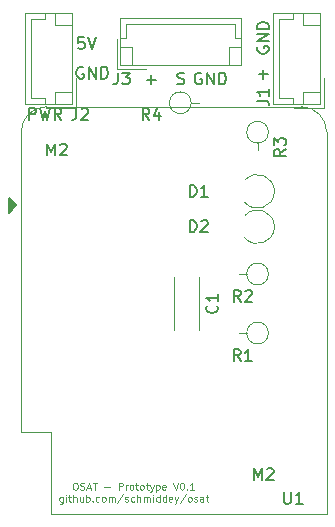
<source format=gbr>
G04 #@! TF.GenerationSoftware,KiCad,Pcbnew,5.1.5-52549c5~84~ubuntu18.04.1*
G04 #@! TF.CreationDate,2020-02-24T15:42:57+01:00*
G04 #@! TF.ProjectId,osat_wemos_board,6f736174-5f77-4656-9d6f-735f626f6172,rev?*
G04 #@! TF.SameCoordinates,Original*
G04 #@! TF.FileFunction,Legend,Top*
G04 #@! TF.FilePolarity,Positive*
%FSLAX46Y46*%
G04 Gerber Fmt 4.6, Leading zero omitted, Abs format (unit mm)*
G04 Created by KiCad (PCBNEW 5.1.5-52549c5~84~ubuntu18.04.1) date 2020-02-24 15:42:57*
%MOMM*%
%LPD*%
G04 APERTURE LIST*
%ADD10C,0.150000*%
%ADD11C,0.100000*%
%ADD12C,0.120000*%
G04 APERTURE END LIST*
D10*
X104666666Y-60952380D02*
X104666666Y-59952380D01*
X105047619Y-59952380D01*
X105142857Y-60000000D01*
X105190476Y-60047619D01*
X105238095Y-60142857D01*
X105238095Y-60285714D01*
X105190476Y-60380952D01*
X105142857Y-60428571D01*
X105047619Y-60476190D01*
X104666666Y-60476190D01*
X105571428Y-59952380D02*
X105809523Y-60952380D01*
X106000000Y-60238095D01*
X106190476Y-60952380D01*
X106428571Y-59952380D01*
X107380952Y-60952380D02*
X107047619Y-60476190D01*
X106809523Y-60952380D02*
X106809523Y-59952380D01*
X107190476Y-59952380D01*
X107285714Y-60000000D01*
X107333333Y-60047619D01*
X107380952Y-60142857D01*
X107380952Y-60285714D01*
X107333333Y-60380952D01*
X107285714Y-60428571D01*
X107190476Y-60476190D01*
X106809523Y-60476190D01*
X124119047Y-57071428D02*
X124880952Y-57071428D01*
X124500000Y-57452380D02*
X124500000Y-56690476D01*
X124000000Y-54761904D02*
X123952380Y-54857142D01*
X123952380Y-55000000D01*
X124000000Y-55142857D01*
X124095238Y-55238095D01*
X124190476Y-55285714D01*
X124380952Y-55333333D01*
X124523809Y-55333333D01*
X124714285Y-55285714D01*
X124809523Y-55238095D01*
X124904761Y-55142857D01*
X124952380Y-55000000D01*
X124952380Y-54904761D01*
X124904761Y-54761904D01*
X124857142Y-54714285D01*
X124523809Y-54714285D01*
X124523809Y-54904761D01*
X124952380Y-54285714D02*
X123952380Y-54285714D01*
X124952380Y-53714285D01*
X123952380Y-53714285D01*
X124952380Y-53238095D02*
X123952380Y-53238095D01*
X123952380Y-53000000D01*
X124000000Y-52857142D01*
X124095238Y-52761904D01*
X124190476Y-52714285D01*
X124380952Y-52666666D01*
X124523809Y-52666666D01*
X124714285Y-52714285D01*
X124809523Y-52761904D01*
X124904761Y-52857142D01*
X124952380Y-53000000D01*
X124952380Y-53238095D01*
X119238095Y-57000000D02*
X119142857Y-56952380D01*
X119000000Y-56952380D01*
X118857142Y-57000000D01*
X118761904Y-57095238D01*
X118714285Y-57190476D01*
X118666666Y-57380952D01*
X118666666Y-57523809D01*
X118714285Y-57714285D01*
X118761904Y-57809523D01*
X118857142Y-57904761D01*
X119000000Y-57952380D01*
X119095238Y-57952380D01*
X119238095Y-57904761D01*
X119285714Y-57857142D01*
X119285714Y-57523809D01*
X119095238Y-57523809D01*
X119714285Y-57952380D02*
X119714285Y-56952380D01*
X120285714Y-57952380D01*
X120285714Y-56952380D01*
X120761904Y-57952380D02*
X120761904Y-56952380D01*
X121000000Y-56952380D01*
X121142857Y-57000000D01*
X121238095Y-57095238D01*
X121285714Y-57190476D01*
X121333333Y-57380952D01*
X121333333Y-57523809D01*
X121285714Y-57714285D01*
X121238095Y-57809523D01*
X121142857Y-57904761D01*
X121000000Y-57952380D01*
X120761904Y-57952380D01*
X117214285Y-57904761D02*
X117357142Y-57952380D01*
X117595238Y-57952380D01*
X117690476Y-57904761D01*
X117738095Y-57857142D01*
X117785714Y-57761904D01*
X117785714Y-57666666D01*
X117738095Y-57571428D01*
X117690476Y-57523809D01*
X117595238Y-57476190D01*
X117404761Y-57428571D01*
X117309523Y-57380952D01*
X117261904Y-57333333D01*
X117214285Y-57238095D01*
X117214285Y-57142857D01*
X117261904Y-57047619D01*
X117309523Y-57000000D01*
X117404761Y-56952380D01*
X117642857Y-56952380D01*
X117785714Y-57000000D01*
X114619047Y-57571428D02*
X115380952Y-57571428D01*
X115000000Y-57952380D02*
X115000000Y-57190476D01*
X109238095Y-56500000D02*
X109142857Y-56452380D01*
X109000000Y-56452380D01*
X108857142Y-56500000D01*
X108761904Y-56595238D01*
X108714285Y-56690476D01*
X108666666Y-56880952D01*
X108666666Y-57023809D01*
X108714285Y-57214285D01*
X108761904Y-57309523D01*
X108857142Y-57404761D01*
X109000000Y-57452380D01*
X109095238Y-57452380D01*
X109238095Y-57404761D01*
X109285714Y-57357142D01*
X109285714Y-57023809D01*
X109095238Y-57023809D01*
X109714285Y-57452380D02*
X109714285Y-56452380D01*
X110285714Y-57452380D01*
X110285714Y-56452380D01*
X110761904Y-57452380D02*
X110761904Y-56452380D01*
X111000000Y-56452380D01*
X111142857Y-56500000D01*
X111238095Y-56595238D01*
X111285714Y-56690476D01*
X111333333Y-56880952D01*
X111333333Y-57023809D01*
X111285714Y-57214285D01*
X111238095Y-57309523D01*
X111142857Y-57404761D01*
X111000000Y-57452380D01*
X110761904Y-57452380D01*
X109309523Y-53952380D02*
X108833333Y-53952380D01*
X108785714Y-54428571D01*
X108833333Y-54380952D01*
X108928571Y-54333333D01*
X109166666Y-54333333D01*
X109261904Y-54380952D01*
X109309523Y-54428571D01*
X109357142Y-54523809D01*
X109357142Y-54761904D01*
X109309523Y-54857142D01*
X109261904Y-54904761D01*
X109166666Y-54952380D01*
X108928571Y-54952380D01*
X108833333Y-54904761D01*
X108785714Y-54857142D01*
X109642857Y-53952380D02*
X109976190Y-54952380D01*
X110309523Y-53952380D01*
D11*
X108514285Y-91671428D02*
X108628571Y-91671428D01*
X108685714Y-91700000D01*
X108742857Y-91757142D01*
X108771428Y-91871428D01*
X108771428Y-92071428D01*
X108742857Y-92185714D01*
X108685714Y-92242857D01*
X108628571Y-92271428D01*
X108514285Y-92271428D01*
X108457142Y-92242857D01*
X108400000Y-92185714D01*
X108371428Y-92071428D01*
X108371428Y-91871428D01*
X108400000Y-91757142D01*
X108457142Y-91700000D01*
X108514285Y-91671428D01*
X109000000Y-92242857D02*
X109085714Y-92271428D01*
X109228571Y-92271428D01*
X109285714Y-92242857D01*
X109314285Y-92214285D01*
X109342857Y-92157142D01*
X109342857Y-92100000D01*
X109314285Y-92042857D01*
X109285714Y-92014285D01*
X109228571Y-91985714D01*
X109114285Y-91957142D01*
X109057142Y-91928571D01*
X109028571Y-91900000D01*
X109000000Y-91842857D01*
X109000000Y-91785714D01*
X109028571Y-91728571D01*
X109057142Y-91700000D01*
X109114285Y-91671428D01*
X109257142Y-91671428D01*
X109342857Y-91700000D01*
X109571428Y-92100000D02*
X109857142Y-92100000D01*
X109514285Y-92271428D02*
X109714285Y-91671428D01*
X109914285Y-92271428D01*
X110028571Y-91671428D02*
X110371428Y-91671428D01*
X110200000Y-92271428D02*
X110200000Y-91671428D01*
X111028571Y-92042857D02*
X111485714Y-92042857D01*
X112228571Y-92271428D02*
X112228571Y-91671428D01*
X112457142Y-91671428D01*
X112514285Y-91700000D01*
X112542857Y-91728571D01*
X112571428Y-91785714D01*
X112571428Y-91871428D01*
X112542857Y-91928571D01*
X112514285Y-91957142D01*
X112457142Y-91985714D01*
X112228571Y-91985714D01*
X112828571Y-92271428D02*
X112828571Y-91871428D01*
X112828571Y-91985714D02*
X112857142Y-91928571D01*
X112885714Y-91900000D01*
X112942857Y-91871428D01*
X113000000Y-91871428D01*
X113285714Y-92271428D02*
X113228571Y-92242857D01*
X113200000Y-92214285D01*
X113171428Y-92157142D01*
X113171428Y-91985714D01*
X113200000Y-91928571D01*
X113228571Y-91900000D01*
X113285714Y-91871428D01*
X113371428Y-91871428D01*
X113428571Y-91900000D01*
X113457142Y-91928571D01*
X113485714Y-91985714D01*
X113485714Y-92157142D01*
X113457142Y-92214285D01*
X113428571Y-92242857D01*
X113371428Y-92271428D01*
X113285714Y-92271428D01*
X113657142Y-91871428D02*
X113885714Y-91871428D01*
X113742857Y-91671428D02*
X113742857Y-92185714D01*
X113771428Y-92242857D01*
X113828571Y-92271428D01*
X113885714Y-92271428D01*
X114171428Y-92271428D02*
X114114285Y-92242857D01*
X114085714Y-92214285D01*
X114057142Y-92157142D01*
X114057142Y-91985714D01*
X114085714Y-91928571D01*
X114114285Y-91900000D01*
X114171428Y-91871428D01*
X114257142Y-91871428D01*
X114314285Y-91900000D01*
X114342857Y-91928571D01*
X114371428Y-91985714D01*
X114371428Y-92157142D01*
X114342857Y-92214285D01*
X114314285Y-92242857D01*
X114257142Y-92271428D01*
X114171428Y-92271428D01*
X114542857Y-91871428D02*
X114771428Y-91871428D01*
X114628571Y-91671428D02*
X114628571Y-92185714D01*
X114657142Y-92242857D01*
X114714285Y-92271428D01*
X114771428Y-92271428D01*
X114914285Y-91871428D02*
X115057142Y-92271428D01*
X115200000Y-91871428D02*
X115057142Y-92271428D01*
X115000000Y-92414285D01*
X114971428Y-92442857D01*
X114914285Y-92471428D01*
X115428571Y-91871428D02*
X115428571Y-92471428D01*
X115428571Y-91900000D02*
X115485714Y-91871428D01*
X115600000Y-91871428D01*
X115657142Y-91900000D01*
X115685714Y-91928571D01*
X115714285Y-91985714D01*
X115714285Y-92157142D01*
X115685714Y-92214285D01*
X115657142Y-92242857D01*
X115600000Y-92271428D01*
X115485714Y-92271428D01*
X115428571Y-92242857D01*
X116200000Y-92242857D02*
X116142857Y-92271428D01*
X116028571Y-92271428D01*
X115971428Y-92242857D01*
X115942857Y-92185714D01*
X115942857Y-91957142D01*
X115971428Y-91900000D01*
X116028571Y-91871428D01*
X116142857Y-91871428D01*
X116200000Y-91900000D01*
X116228571Y-91957142D01*
X116228571Y-92014285D01*
X115942857Y-92071428D01*
X116857142Y-91671428D02*
X117057142Y-92271428D01*
X117257142Y-91671428D01*
X117571428Y-91671428D02*
X117628571Y-91671428D01*
X117685714Y-91700000D01*
X117714285Y-91728571D01*
X117742857Y-91785714D01*
X117771428Y-91900000D01*
X117771428Y-92042857D01*
X117742857Y-92157142D01*
X117714285Y-92214285D01*
X117685714Y-92242857D01*
X117628571Y-92271428D01*
X117571428Y-92271428D01*
X117514285Y-92242857D01*
X117485714Y-92214285D01*
X117457142Y-92157142D01*
X117428571Y-92042857D01*
X117428571Y-91900000D01*
X117457142Y-91785714D01*
X117485714Y-91728571D01*
X117514285Y-91700000D01*
X117571428Y-91671428D01*
X118028571Y-92214285D02*
X118057142Y-92242857D01*
X118028571Y-92271428D01*
X118000000Y-92242857D01*
X118028571Y-92214285D01*
X118028571Y-92271428D01*
X118628571Y-92271428D02*
X118285714Y-92271428D01*
X118457142Y-92271428D02*
X118457142Y-91671428D01*
X118400000Y-91757142D01*
X118342857Y-91814285D01*
X118285714Y-91842857D01*
X107500000Y-92871428D02*
X107500000Y-93357142D01*
X107471428Y-93414285D01*
X107442857Y-93442857D01*
X107385714Y-93471428D01*
X107300000Y-93471428D01*
X107242857Y-93442857D01*
X107500000Y-93242857D02*
X107442857Y-93271428D01*
X107328571Y-93271428D01*
X107271428Y-93242857D01*
X107242857Y-93214285D01*
X107214285Y-93157142D01*
X107214285Y-92985714D01*
X107242857Y-92928571D01*
X107271428Y-92900000D01*
X107328571Y-92871428D01*
X107442857Y-92871428D01*
X107500000Y-92900000D01*
X107785714Y-93271428D02*
X107785714Y-92871428D01*
X107785714Y-92671428D02*
X107757142Y-92700000D01*
X107785714Y-92728571D01*
X107814285Y-92700000D01*
X107785714Y-92671428D01*
X107785714Y-92728571D01*
X107985714Y-92871428D02*
X108214285Y-92871428D01*
X108071428Y-92671428D02*
X108071428Y-93185714D01*
X108100000Y-93242857D01*
X108157142Y-93271428D01*
X108214285Y-93271428D01*
X108414285Y-93271428D02*
X108414285Y-92671428D01*
X108671428Y-93271428D02*
X108671428Y-92957142D01*
X108642857Y-92900000D01*
X108585714Y-92871428D01*
X108500000Y-92871428D01*
X108442857Y-92900000D01*
X108414285Y-92928571D01*
X109214285Y-92871428D02*
X109214285Y-93271428D01*
X108957142Y-92871428D02*
X108957142Y-93185714D01*
X108985714Y-93242857D01*
X109042857Y-93271428D01*
X109128571Y-93271428D01*
X109185714Y-93242857D01*
X109214285Y-93214285D01*
X109500000Y-93271428D02*
X109500000Y-92671428D01*
X109500000Y-92900000D02*
X109557142Y-92871428D01*
X109671428Y-92871428D01*
X109728571Y-92900000D01*
X109757142Y-92928571D01*
X109785714Y-92985714D01*
X109785714Y-93157142D01*
X109757142Y-93214285D01*
X109728571Y-93242857D01*
X109671428Y-93271428D01*
X109557142Y-93271428D01*
X109500000Y-93242857D01*
X110042857Y-93214285D02*
X110071428Y-93242857D01*
X110042857Y-93271428D01*
X110014285Y-93242857D01*
X110042857Y-93214285D01*
X110042857Y-93271428D01*
X110585714Y-93242857D02*
X110528571Y-93271428D01*
X110414285Y-93271428D01*
X110357142Y-93242857D01*
X110328571Y-93214285D01*
X110300000Y-93157142D01*
X110300000Y-92985714D01*
X110328571Y-92928571D01*
X110357142Y-92900000D01*
X110414285Y-92871428D01*
X110528571Y-92871428D01*
X110585714Y-92900000D01*
X110928571Y-93271428D02*
X110871428Y-93242857D01*
X110842857Y-93214285D01*
X110814285Y-93157142D01*
X110814285Y-92985714D01*
X110842857Y-92928571D01*
X110871428Y-92900000D01*
X110928571Y-92871428D01*
X111014285Y-92871428D01*
X111071428Y-92900000D01*
X111100000Y-92928571D01*
X111128571Y-92985714D01*
X111128571Y-93157142D01*
X111100000Y-93214285D01*
X111071428Y-93242857D01*
X111014285Y-93271428D01*
X110928571Y-93271428D01*
X111385714Y-93271428D02*
X111385714Y-92871428D01*
X111385714Y-92928571D02*
X111414285Y-92900000D01*
X111471428Y-92871428D01*
X111557142Y-92871428D01*
X111614285Y-92900000D01*
X111642857Y-92957142D01*
X111642857Y-93271428D01*
X111642857Y-92957142D02*
X111671428Y-92900000D01*
X111728571Y-92871428D01*
X111814285Y-92871428D01*
X111871428Y-92900000D01*
X111900000Y-92957142D01*
X111900000Y-93271428D01*
X112614285Y-92642857D02*
X112100000Y-93414285D01*
X112785714Y-93242857D02*
X112842857Y-93271428D01*
X112957142Y-93271428D01*
X113014285Y-93242857D01*
X113042857Y-93185714D01*
X113042857Y-93157142D01*
X113014285Y-93100000D01*
X112957142Y-93071428D01*
X112871428Y-93071428D01*
X112814285Y-93042857D01*
X112785714Y-92985714D01*
X112785714Y-92957142D01*
X112814285Y-92900000D01*
X112871428Y-92871428D01*
X112957142Y-92871428D01*
X113014285Y-92900000D01*
X113557142Y-93242857D02*
X113500000Y-93271428D01*
X113385714Y-93271428D01*
X113328571Y-93242857D01*
X113300000Y-93214285D01*
X113271428Y-93157142D01*
X113271428Y-92985714D01*
X113300000Y-92928571D01*
X113328571Y-92900000D01*
X113385714Y-92871428D01*
X113500000Y-92871428D01*
X113557142Y-92900000D01*
X113814285Y-93271428D02*
X113814285Y-92671428D01*
X114071428Y-93271428D02*
X114071428Y-92957142D01*
X114042857Y-92900000D01*
X113985714Y-92871428D01*
X113900000Y-92871428D01*
X113842857Y-92900000D01*
X113814285Y-92928571D01*
X114357142Y-93271428D02*
X114357142Y-92871428D01*
X114357142Y-92928571D02*
X114385714Y-92900000D01*
X114442857Y-92871428D01*
X114528571Y-92871428D01*
X114585714Y-92900000D01*
X114614285Y-92957142D01*
X114614285Y-93271428D01*
X114614285Y-92957142D02*
X114642857Y-92900000D01*
X114700000Y-92871428D01*
X114785714Y-92871428D01*
X114842857Y-92900000D01*
X114871428Y-92957142D01*
X114871428Y-93271428D01*
X115157142Y-93271428D02*
X115157142Y-92871428D01*
X115157142Y-92671428D02*
X115128571Y-92700000D01*
X115157142Y-92728571D01*
X115185714Y-92700000D01*
X115157142Y-92671428D01*
X115157142Y-92728571D01*
X115700000Y-93271428D02*
X115700000Y-92671428D01*
X115700000Y-93242857D02*
X115642857Y-93271428D01*
X115528571Y-93271428D01*
X115471428Y-93242857D01*
X115442857Y-93214285D01*
X115414285Y-93157142D01*
X115414285Y-92985714D01*
X115442857Y-92928571D01*
X115471428Y-92900000D01*
X115528571Y-92871428D01*
X115642857Y-92871428D01*
X115700000Y-92900000D01*
X116242857Y-93271428D02*
X116242857Y-92671428D01*
X116242857Y-93242857D02*
X116185714Y-93271428D01*
X116071428Y-93271428D01*
X116014285Y-93242857D01*
X115985714Y-93214285D01*
X115957142Y-93157142D01*
X115957142Y-92985714D01*
X115985714Y-92928571D01*
X116014285Y-92900000D01*
X116071428Y-92871428D01*
X116185714Y-92871428D01*
X116242857Y-92900000D01*
X116757142Y-93242857D02*
X116700000Y-93271428D01*
X116585714Y-93271428D01*
X116528571Y-93242857D01*
X116500000Y-93185714D01*
X116500000Y-92957142D01*
X116528571Y-92900000D01*
X116585714Y-92871428D01*
X116700000Y-92871428D01*
X116757142Y-92900000D01*
X116785714Y-92957142D01*
X116785714Y-93014285D01*
X116500000Y-93071428D01*
X116985714Y-92871428D02*
X117128571Y-93271428D01*
X117271428Y-92871428D02*
X117128571Y-93271428D01*
X117071428Y-93414285D01*
X117042857Y-93442857D01*
X116985714Y-93471428D01*
X117928571Y-92642857D02*
X117414285Y-93414285D01*
X118214285Y-93271428D02*
X118157142Y-93242857D01*
X118128571Y-93214285D01*
X118100000Y-93157142D01*
X118100000Y-92985714D01*
X118128571Y-92928571D01*
X118157142Y-92900000D01*
X118214285Y-92871428D01*
X118300000Y-92871428D01*
X118357142Y-92900000D01*
X118385714Y-92928571D01*
X118414285Y-92985714D01*
X118414285Y-93157142D01*
X118385714Y-93214285D01*
X118357142Y-93242857D01*
X118300000Y-93271428D01*
X118214285Y-93271428D01*
X118642857Y-93242857D02*
X118700000Y-93271428D01*
X118814285Y-93271428D01*
X118871428Y-93242857D01*
X118900000Y-93185714D01*
X118900000Y-93157142D01*
X118871428Y-93100000D01*
X118814285Y-93071428D01*
X118728571Y-93071428D01*
X118671428Y-93042857D01*
X118642857Y-92985714D01*
X118642857Y-92957142D01*
X118671428Y-92900000D01*
X118728571Y-92871428D01*
X118814285Y-92871428D01*
X118871428Y-92900000D01*
X119414285Y-93271428D02*
X119414285Y-92957142D01*
X119385714Y-92900000D01*
X119328571Y-92871428D01*
X119214285Y-92871428D01*
X119157142Y-92900000D01*
X119414285Y-93242857D02*
X119357142Y-93271428D01*
X119214285Y-93271428D01*
X119157142Y-93242857D01*
X119128571Y-93185714D01*
X119128571Y-93128571D01*
X119157142Y-93071428D01*
X119214285Y-93042857D01*
X119357142Y-93042857D01*
X119414285Y-93014285D01*
X119614285Y-92871428D02*
X119842857Y-92871428D01*
X119700000Y-92671428D02*
X119700000Y-93185714D01*
X119728571Y-93242857D01*
X119785714Y-93271428D01*
X119842857Y-93271428D01*
D12*
X106525001Y-94295001D02*
X129845001Y-94295001D01*
X103985001Y-87395001D02*
X103985001Y-61965001D01*
X129845001Y-94295001D02*
X129845001Y-61965001D01*
X127725001Y-59835001D02*
X106115001Y-59835001D01*
D10*
G36*
X102945001Y-67540001D02*
G01*
X102945001Y-68810001D01*
X103580001Y-68175001D01*
X102945001Y-67540001D01*
G37*
X102945001Y-67540001D02*
X102945001Y-68810001D01*
X103580001Y-68175001D01*
X102945001Y-67540001D01*
D12*
X103985001Y-87395001D02*
X106525001Y-87395001D01*
X106525001Y-87395001D02*
X106525001Y-94295001D01*
X103985001Y-61965001D02*
G75*
G02X106115001Y-59835001I2130000J0D01*
G01*
X127715001Y-59835001D02*
G75*
G02X129845001Y-61965001I0J-2130000D01*
G01*
X119070000Y-74230000D02*
X119070000Y-78770000D01*
X116930000Y-74230000D02*
X116930000Y-78770000D01*
X119070000Y-74230000D02*
X119055000Y-74230000D01*
X116945000Y-74230000D02*
X116930000Y-74230000D01*
X119070000Y-78770000D02*
X119055000Y-78770000D01*
X116945000Y-78770000D02*
X116930000Y-78770000D01*
X125290000Y-59610000D02*
X129310000Y-59610000D01*
X129310000Y-59610000D02*
X129310000Y-51890000D01*
X129310000Y-51890000D02*
X125290000Y-51890000D01*
X125290000Y-51890000D02*
X125290000Y-59610000D01*
X127000000Y-59610000D02*
X127000000Y-59110000D01*
X127000000Y-59110000D02*
X125790000Y-59110000D01*
X125790000Y-59110000D02*
X125790000Y-52390000D01*
X125790000Y-52390000D02*
X127000000Y-52390000D01*
X127000000Y-52390000D02*
X127000000Y-51890000D01*
X127810000Y-59610000D02*
X127810000Y-58610000D01*
X127810000Y-58610000D02*
X129310000Y-58610000D01*
X127810000Y-51890000D02*
X127810000Y-52890000D01*
X127810000Y-52890000D02*
X129310000Y-52890000D01*
X127110000Y-59910000D02*
X129610000Y-59910000D01*
X129610000Y-59910000D02*
X129610000Y-57410000D01*
X108610000Y-59910000D02*
X108610000Y-57410000D01*
X106110000Y-59910000D02*
X108610000Y-59910000D01*
X106810000Y-52890000D02*
X108310000Y-52890000D01*
X106810000Y-51890000D02*
X106810000Y-52890000D01*
X106810000Y-58610000D02*
X108310000Y-58610000D01*
X106810000Y-59610000D02*
X106810000Y-58610000D01*
X106000000Y-52390000D02*
X106000000Y-51890000D01*
X104790000Y-52390000D02*
X106000000Y-52390000D01*
X104790000Y-59110000D02*
X104790000Y-52390000D01*
X106000000Y-59110000D02*
X104790000Y-59110000D01*
X106000000Y-59610000D02*
X106000000Y-59110000D01*
X104290000Y-51890000D02*
X104290000Y-59610000D01*
X108310000Y-51890000D02*
X104290000Y-51890000D01*
X108310000Y-59610000D02*
X108310000Y-51890000D01*
X104290000Y-59610000D02*
X108310000Y-59610000D01*
X112390000Y-52290000D02*
X112390000Y-56310000D01*
X112390000Y-56310000D02*
X122610000Y-56310000D01*
X122610000Y-56310000D02*
X122610000Y-52290000D01*
X122610000Y-52290000D02*
X112390000Y-52290000D01*
X112390000Y-54000000D02*
X112890000Y-54000000D01*
X112890000Y-54000000D02*
X112890000Y-52790000D01*
X112890000Y-52790000D02*
X122110000Y-52790000D01*
X122110000Y-52790000D02*
X122110000Y-54000000D01*
X122110000Y-54000000D02*
X122610000Y-54000000D01*
X112390000Y-54810000D02*
X113390000Y-54810000D01*
X113390000Y-54810000D02*
X113390000Y-56310000D01*
X122610000Y-54810000D02*
X121610000Y-54810000D01*
X121610000Y-54810000D02*
X121610000Y-56310000D01*
X112090000Y-54110000D02*
X112090000Y-56610000D01*
X112090000Y-56610000D02*
X114590000Y-56610000D01*
X124920000Y-79000000D02*
G75*
G03X124920000Y-79000000I-920000J0D01*
G01*
X123080000Y-79000000D02*
X122460000Y-79000000D01*
X124920000Y-74000000D02*
G75*
G03X124920000Y-74000000I-920000J0D01*
G01*
X123080000Y-74000000D02*
X122460000Y-74000000D01*
X124000000Y-62920000D02*
X124000000Y-63540000D01*
X124920000Y-62000000D02*
G75*
G03X124920000Y-62000000I-920000J0D01*
G01*
X118380000Y-59500000D02*
X119000000Y-59500000D01*
X118380000Y-59500000D02*
G75*
G03X118380000Y-59500000I-920000J0D01*
G01*
X122946150Y-66031134D02*
G75*
G02X122886761Y-67900000I1053850J-968866D01*
G01*
X122946150Y-69031134D02*
G75*
G02X122886761Y-70900000I1053850J-968866D01*
G01*
D10*
X123690476Y-91452380D02*
X123690476Y-90452380D01*
X124023809Y-91166666D01*
X124357142Y-90452380D01*
X124357142Y-91452380D01*
X124785714Y-90547619D02*
X124833333Y-90500000D01*
X124928571Y-90452380D01*
X125166666Y-90452380D01*
X125261904Y-90500000D01*
X125309523Y-90547619D01*
X125357142Y-90642857D01*
X125357142Y-90738095D01*
X125309523Y-90880952D01*
X124738095Y-91452380D01*
X125357142Y-91452380D01*
X106190476Y-63952380D02*
X106190476Y-62952380D01*
X106523809Y-63666666D01*
X106857142Y-62952380D01*
X106857142Y-63952380D01*
X107285714Y-63047619D02*
X107333333Y-63000000D01*
X107428571Y-62952380D01*
X107666666Y-62952380D01*
X107761904Y-63000000D01*
X107809523Y-63047619D01*
X107857142Y-63142857D01*
X107857142Y-63238095D01*
X107809523Y-63380952D01*
X107238095Y-63952380D01*
X107857142Y-63952380D01*
X126238095Y-92452380D02*
X126238095Y-93261904D01*
X126285714Y-93357142D01*
X126333333Y-93404761D01*
X126428571Y-93452380D01*
X126619047Y-93452380D01*
X126714285Y-93404761D01*
X126761904Y-93357142D01*
X126809523Y-93261904D01*
X126809523Y-92452380D01*
X127809523Y-93452380D02*
X127238095Y-93452380D01*
X127523809Y-93452380D02*
X127523809Y-92452380D01*
X127428571Y-92595238D01*
X127333333Y-92690476D01*
X127238095Y-92738095D01*
X120557142Y-76666666D02*
X120604761Y-76714285D01*
X120652380Y-76857142D01*
X120652380Y-76952380D01*
X120604761Y-77095238D01*
X120509523Y-77190476D01*
X120414285Y-77238095D01*
X120223809Y-77285714D01*
X120080952Y-77285714D01*
X119890476Y-77238095D01*
X119795238Y-77190476D01*
X119700000Y-77095238D01*
X119652380Y-76952380D01*
X119652380Y-76857142D01*
X119700000Y-76714285D01*
X119747619Y-76666666D01*
X120652380Y-75714285D02*
X120652380Y-76285714D01*
X120652380Y-76000000D02*
X119652380Y-76000000D01*
X119795238Y-76095238D01*
X119890476Y-76190476D01*
X119938095Y-76285714D01*
X123952380Y-59333333D02*
X124666666Y-59333333D01*
X124809523Y-59380952D01*
X124904761Y-59476190D01*
X124952380Y-59619047D01*
X124952380Y-59714285D01*
X124952380Y-58333333D02*
X124952380Y-58904761D01*
X124952380Y-58619047D02*
X123952380Y-58619047D01*
X124095238Y-58714285D01*
X124190476Y-58809523D01*
X124238095Y-58904761D01*
X108666666Y-59952380D02*
X108666666Y-60666666D01*
X108619047Y-60809523D01*
X108523809Y-60904761D01*
X108380952Y-60952380D01*
X108285714Y-60952380D01*
X109095238Y-60047619D02*
X109142857Y-60000000D01*
X109238095Y-59952380D01*
X109476190Y-59952380D01*
X109571428Y-60000000D01*
X109619047Y-60047619D01*
X109666666Y-60142857D01*
X109666666Y-60238095D01*
X109619047Y-60380952D01*
X109047619Y-60952380D01*
X109666666Y-60952380D01*
X112166666Y-56952380D02*
X112166666Y-57666666D01*
X112119047Y-57809523D01*
X112023809Y-57904761D01*
X111880952Y-57952380D01*
X111785714Y-57952380D01*
X112547619Y-56952380D02*
X113166666Y-56952380D01*
X112833333Y-57333333D01*
X112976190Y-57333333D01*
X113071428Y-57380952D01*
X113119047Y-57428571D01*
X113166666Y-57523809D01*
X113166666Y-57761904D01*
X113119047Y-57857142D01*
X113071428Y-57904761D01*
X112976190Y-57952380D01*
X112690476Y-57952380D01*
X112595238Y-57904761D01*
X112547619Y-57857142D01*
X122563333Y-81372380D02*
X122230000Y-80896190D01*
X121991904Y-81372380D02*
X121991904Y-80372380D01*
X122372857Y-80372380D01*
X122468095Y-80420000D01*
X122515714Y-80467619D01*
X122563333Y-80562857D01*
X122563333Y-80705714D01*
X122515714Y-80800952D01*
X122468095Y-80848571D01*
X122372857Y-80896190D01*
X121991904Y-80896190D01*
X123515714Y-81372380D02*
X122944285Y-81372380D01*
X123230000Y-81372380D02*
X123230000Y-80372380D01*
X123134761Y-80515238D01*
X123039523Y-80610476D01*
X122944285Y-80658095D01*
X122563333Y-76372380D02*
X122230000Y-75896190D01*
X121991904Y-76372380D02*
X121991904Y-75372380D01*
X122372857Y-75372380D01*
X122468095Y-75420000D01*
X122515714Y-75467619D01*
X122563333Y-75562857D01*
X122563333Y-75705714D01*
X122515714Y-75800952D01*
X122468095Y-75848571D01*
X122372857Y-75896190D01*
X121991904Y-75896190D01*
X122944285Y-75467619D02*
X122991904Y-75420000D01*
X123087142Y-75372380D01*
X123325238Y-75372380D01*
X123420476Y-75420000D01*
X123468095Y-75467619D01*
X123515714Y-75562857D01*
X123515714Y-75658095D01*
X123468095Y-75800952D01*
X122896666Y-76372380D01*
X123515714Y-76372380D01*
X126372380Y-63436666D02*
X125896190Y-63770000D01*
X126372380Y-64008095D02*
X125372380Y-64008095D01*
X125372380Y-63627142D01*
X125420000Y-63531904D01*
X125467619Y-63484285D01*
X125562857Y-63436666D01*
X125705714Y-63436666D01*
X125800952Y-63484285D01*
X125848571Y-63531904D01*
X125896190Y-63627142D01*
X125896190Y-64008095D01*
X125372380Y-63103333D02*
X125372380Y-62484285D01*
X125753333Y-62817619D01*
X125753333Y-62674761D01*
X125800952Y-62579523D01*
X125848571Y-62531904D01*
X125943809Y-62484285D01*
X126181904Y-62484285D01*
X126277142Y-62531904D01*
X126324761Y-62579523D01*
X126372380Y-62674761D01*
X126372380Y-62960476D01*
X126324761Y-63055714D01*
X126277142Y-63103333D01*
X114833333Y-60952380D02*
X114500000Y-60476190D01*
X114261904Y-60952380D02*
X114261904Y-59952380D01*
X114642857Y-59952380D01*
X114738095Y-60000000D01*
X114785714Y-60047619D01*
X114833333Y-60142857D01*
X114833333Y-60285714D01*
X114785714Y-60380952D01*
X114738095Y-60428571D01*
X114642857Y-60476190D01*
X114261904Y-60476190D01*
X115690476Y-60285714D02*
X115690476Y-60952380D01*
X115452380Y-59904761D02*
X115214285Y-60619047D01*
X115833333Y-60619047D01*
X118261904Y-67452380D02*
X118261904Y-66452380D01*
X118500000Y-66452380D01*
X118642857Y-66500000D01*
X118738095Y-66595238D01*
X118785714Y-66690476D01*
X118833333Y-66880952D01*
X118833333Y-67023809D01*
X118785714Y-67214285D01*
X118738095Y-67309523D01*
X118642857Y-67404761D01*
X118500000Y-67452380D01*
X118261904Y-67452380D01*
X119785714Y-67452380D02*
X119214285Y-67452380D01*
X119500000Y-67452380D02*
X119500000Y-66452380D01*
X119404761Y-66595238D01*
X119309523Y-66690476D01*
X119214285Y-66738095D01*
X118261904Y-70452380D02*
X118261904Y-69452380D01*
X118500000Y-69452380D01*
X118642857Y-69500000D01*
X118738095Y-69595238D01*
X118785714Y-69690476D01*
X118833333Y-69880952D01*
X118833333Y-70023809D01*
X118785714Y-70214285D01*
X118738095Y-70309523D01*
X118642857Y-70404761D01*
X118500000Y-70452380D01*
X118261904Y-70452380D01*
X119214285Y-69547619D02*
X119261904Y-69500000D01*
X119357142Y-69452380D01*
X119595238Y-69452380D01*
X119690476Y-69500000D01*
X119738095Y-69547619D01*
X119785714Y-69642857D01*
X119785714Y-69738095D01*
X119738095Y-69880952D01*
X119166666Y-70452380D01*
X119785714Y-70452380D01*
M02*

</source>
